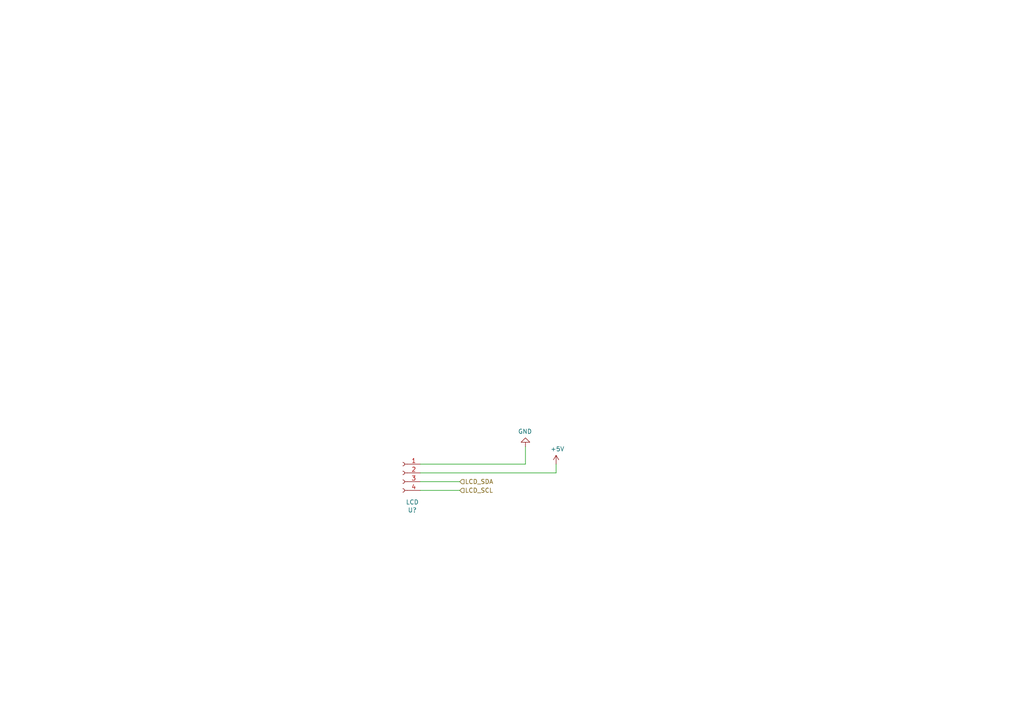
<source format=kicad_sch>
(kicad_sch (version 20211123) (generator eeschema)
  (paper "A4")
  (lib_symbols
    (symbol "MMTK-rescue:+5V-power-MMTK-rescue-MMTK-rescue" (power) (pin_names (offset 0))
      (property "Value" "MMTK-rescue_+5V-power-MMTK-rescue-MMTK-rescue" (at 0 3.556 0))
      (symbol "+5V-power-MMTK-rescue-MMTK-rescue_0_1"
        (polyline (pts (xy -0.762 1.27) (xy 0 2.54)))
        (polyline (pts (xy 0 0) (xy 0 2.54)))
        (polyline (pts (xy 0 2.54) (xy 0.762 1.27)))
      )
      (symbol "+5V-power-MMTK-rescue-MMTK-rescue_1_1"
        (pin power_in line (at 0 0 90) (length 0) hide (name "+5V") (number "1"))
      )
    )
    (symbol "MMTK-rescue:Conn_01x04_Female-Connector-MMTK-rescue-MMTK-rescue" (pin_names (offset 1.016) hide)
      (property "Reference" "J" (at 0 5.08 0))
      (property "Value" "MMTK-rescue_Conn_01x04_Female-Connector-MMTK-rescue-MMTK-rescue" (at 0 -7.62 0))
      (symbol "Conn_01x04_Female-Connector-MMTK-rescue-MMTK-rescue_1_1"
        (arc (start 0 -4.572) (mid -0.508 -5.08) (end 0 -5.588) (stroke (width 0.1524)))
        (arc (start 0 -2.032) (mid -0.508 -2.54) (end 0 -3.048) (stroke (width 0.1524)))
        (polyline (pts (xy -1.27 -5.08) (xy -0.508 -5.08)) (stroke (width 0.1524)))
        (polyline (pts (xy -1.27 -2.54) (xy -0.508 -2.54)) (stroke (width 0.1524)))
        (polyline (pts (xy -1.27 0) (xy -0.508 0)) (stroke (width 0.1524)))
        (polyline (pts (xy -1.27 2.54) (xy -0.508 2.54)) (stroke (width 0.1524)))
        (arc (start 0 0.508) (mid -0.508 0) (end 0 -0.508) (stroke (width 0.1524)))
        (arc (start 0 3.048) (mid -0.508 2.54) (end 0 2.032) (stroke (width 0.1524)))
        (pin passive line (at -5.08 2.54 0) (length 3.81) (name "Pin_1") (number "1"))
        (pin passive line (at -5.08 0 0) (length 3.81) (name "Pin_2") (number "2"))
        (pin passive line (at -5.08 -2.54 0) (length 3.81) (name "Pin_3") (number "3"))
        (pin passive line (at -5.08 -5.08 0) (length 3.81) (name "Pin_4") (number "4"))
      )
    )
    (symbol "MMTK-rescue:GND-power-MMTK-rescue-MMTK-rescue" (power) (pin_names (offset 0))
      (property "Value" "MMTK-rescue_GND-power-MMTK-rescue-MMTK-rescue" (at 0 -3.81 0))
      (symbol "GND-power-MMTK-rescue-MMTK-rescue_0_1"
        (polyline (pts (xy 0 0) (xy 0 -1.27) (xy 1.27 -1.27) (xy 0 -2.54) (xy -1.27 -1.27) (xy 0 -1.27)))
      )
      (symbol "GND-power-MMTK-rescue-MMTK-rescue_1_1"
        (pin power_in line (at 0 0 270) (length 0) hide (name "GND") (number "1"))
      )
    )
  )
  (wire (pts (xy 121.92 139.7) (xy 133.35 139.7)))
  (wire (pts (xy 133.35 142.24) (xy 121.92 142.24)))
  (wire (pts (xy 121.92 137.16) (xy 161.29 137.16)))
  (wire (pts (xy 152.4 134.62) (xy 152.4 129.54)))
  (wire (pts (xy 161.29 134.62) (xy 161.29 137.16)))
  (wire (pts (xy 121.92 134.62) (xy 152.4 134.62)))
  (hierarchical_label "LCD_SCL" (shape input) (at 133.35 142.24 0))
  (hierarchical_label "LCD_SDA" (shape input) (at 133.35 139.7 0))
  (symbol (lib_id "MMTK-rescue:Conn_01x04_Female-Connector-MMTK-rescue-MMTK-rescue") (at 116.84 137.16 0) (mirror y) (unit 1)
    (property "Value" "LCD" (at 119.5832 145.6436 0))
    (property "Footprint" "Connector_PinSocket_2.54mm:PinSocket_1x04_P2.54mm_Horizontal" (effects hide))
  )
  (symbol (lib_id "MMTK-rescue:GND-power-MMTK-rescue-MMTK-rescue") (at 152.4 129.54 180) (unit 1)
    (property "Value" "GND" (at 152.273 125.1458 0))
  )
  (symbol (lib_id "MMTK-rescue:+5V-power-MMTK-rescue-MMTK-rescue") (at 161.29 134.62 0) (unit 1)
    (property "Value" "+5V" (at 161.671 130.2258 0))
  )
)
</source>
